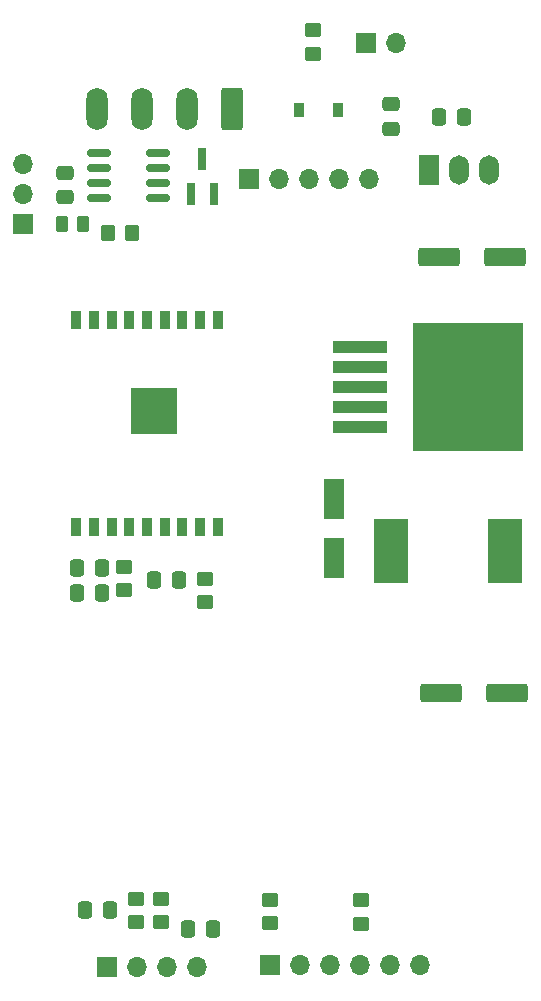
<source format=gbr>
%TF.GenerationSoftware,KiCad,Pcbnew,6.0.2+dfsg-1*%
%TF.CreationDate,2022-09-01T21:00:36+02:00*%
%TF.ProjectId,vscp-din-esp32-can-z102,76736370-2d64-4696-9e2d-65737033322d,rev?*%
%TF.SameCoordinates,Original*%
%TF.FileFunction,Soldermask,Top*%
%TF.FilePolarity,Negative*%
%FSLAX46Y46*%
G04 Gerber Fmt 4.6, Leading zero omitted, Abs format (unit mm)*
G04 Created by KiCad (PCBNEW 6.0.2+dfsg-1) date 2022-09-01 21:00:36*
%MOMM*%
%LPD*%
G01*
G04 APERTURE LIST*
G04 Aperture macros list*
%AMRoundRect*
0 Rectangle with rounded corners*
0 $1 Rounding radius*
0 $2 $3 $4 $5 $6 $7 $8 $9 X,Y pos of 4 corners*
0 Add a 4 corners polygon primitive as box body*
4,1,4,$2,$3,$4,$5,$6,$7,$8,$9,$2,$3,0*
0 Add four circle primitives for the rounded corners*
1,1,$1+$1,$2,$3*
1,1,$1+$1,$4,$5*
1,1,$1+$1,$6,$7*
1,1,$1+$1,$8,$9*
0 Add four rect primitives between the rounded corners*
20,1,$1+$1,$2,$3,$4,$5,0*
20,1,$1+$1,$4,$5,$6,$7,0*
20,1,$1+$1,$6,$7,$8,$9,0*
20,1,$1+$1,$8,$9,$2,$3,0*%
G04 Aperture macros list end*
%ADD10R,1.700000X1.700000*%
%ADD11O,1.700000X1.700000*%
%ADD12R,0.900000X1.500000*%
%ADD13R,4.000000X4.000000*%
%ADD14RoundRect,0.250000X0.475000X-0.337500X0.475000X0.337500X-0.475000X0.337500X-0.475000X-0.337500X0*%
%ADD15RoundRect,0.250000X0.337500X0.475000X-0.337500X0.475000X-0.337500X-0.475000X0.337500X-0.475000X0*%
%ADD16RoundRect,0.250000X0.450000X-0.350000X0.450000X0.350000X-0.450000X0.350000X-0.450000X-0.350000X0*%
%ADD17RoundRect,0.250000X-0.450000X0.350000X-0.450000X-0.350000X0.450000X-0.350000X0.450000X0.350000X0*%
%ADD18RoundRect,0.250000X-0.350000X-0.450000X0.350000X-0.450000X0.350000X0.450000X-0.350000X0.450000X0*%
%ADD19R,0.800000X1.900000*%
%ADD20RoundRect,0.250000X-0.337500X-0.475000X0.337500X-0.475000X0.337500X0.475000X-0.337500X0.475000X0*%
%ADD21R,1.800000X3.500000*%
%ADD22RoundRect,0.250000X-1.500000X-0.550000X1.500000X-0.550000X1.500000X0.550000X-1.500000X0.550000X0*%
%ADD23R,4.600000X1.100000*%
%ADD24R,9.400000X10.800000*%
%ADD25R,2.900000X5.400000*%
%ADD26R,0.900000X1.200000*%
%ADD27R,1.700000X2.500000*%
%ADD28O,1.700000X2.500000*%
%ADD29RoundRect,0.150000X-0.825000X-0.150000X0.825000X-0.150000X0.825000X0.150000X-0.825000X0.150000X0*%
%ADD30RoundRect,0.250000X0.262500X0.450000X-0.262500X0.450000X-0.262500X-0.450000X0.262500X-0.450000X0*%
%ADD31RoundRect,0.250000X0.650000X1.550000X-0.650000X1.550000X-0.650000X-1.550000X0.650000X-1.550000X0*%
%ADD32O,1.800000X3.600000*%
G04 APERTURE END LIST*
D10*
%TO.C,J1*%
X142375000Y-81250000D03*
D11*
X144915000Y-81250000D03*
X147455000Y-81250000D03*
X149995000Y-81250000D03*
X152535000Y-81250000D03*
%TD*%
D12*
%TO.C,U1*%
X127750000Y-110750000D03*
X129250000Y-110750000D03*
X130750000Y-110750000D03*
X132250000Y-110750000D03*
X133750000Y-110750000D03*
X135250000Y-110750000D03*
X136750000Y-110750000D03*
X138250000Y-110750000D03*
X139750000Y-110750000D03*
X139750000Y-93250000D03*
X138250000Y-93250000D03*
X136750000Y-93250000D03*
X135250000Y-93250000D03*
X133750000Y-93250000D03*
X132250000Y-93250000D03*
X130750000Y-93250000D03*
X129250000Y-93250000D03*
X127750000Y-93250000D03*
D13*
X134360000Y-100900000D03*
%TD*%
D14*
%TO.C,C6*%
X154400000Y-77037500D03*
X154400000Y-74962500D03*
%TD*%
D15*
%TO.C,C7*%
X160587500Y-76050000D03*
X158512500Y-76050000D03*
%TD*%
D16*
%TO.C,R9*%
X151900000Y-144312500D03*
X151900000Y-142312500D03*
%TD*%
D17*
%TO.C,R8*%
X147800000Y-68700000D03*
X147800000Y-70700000D03*
%TD*%
D16*
%TO.C,R6*%
X138700000Y-117100000D03*
X138700000Y-115100000D03*
%TD*%
D18*
%TO.C,R5*%
X130450000Y-85850000D03*
X132450000Y-85850000D03*
%TD*%
D16*
%TO.C,R4*%
X144200000Y-144300000D03*
X144200000Y-142300000D03*
%TD*%
%TO.C,R3*%
X131850000Y-116100000D03*
X131850000Y-114100000D03*
%TD*%
D17*
%TO.C,R2*%
X134950000Y-144200000D03*
X134950000Y-142200000D03*
%TD*%
%TO.C,R1*%
X132850000Y-142200000D03*
X132850000Y-144200000D03*
%TD*%
D19*
%TO.C,D3*%
X137500000Y-82550000D03*
X139400000Y-82550000D03*
X138450000Y-79550000D03*
%TD*%
D14*
%TO.C,C9*%
X126850000Y-82837500D03*
X126850000Y-80762500D03*
%TD*%
D20*
%TO.C,C5*%
X137262500Y-144750000D03*
X139337500Y-144750000D03*
%TD*%
D15*
%TO.C,C4*%
X130587500Y-143150000D03*
X128512500Y-143150000D03*
%TD*%
D20*
%TO.C,C3*%
X134362500Y-115200000D03*
X136437500Y-115200000D03*
%TD*%
%TO.C,C1*%
X127862500Y-114250000D03*
X129937500Y-114250000D03*
%TD*%
%TO.C,C2*%
X127862500Y-116350000D03*
X129937500Y-116350000D03*
%TD*%
D21*
%TO.C,D2*%
X149550000Y-113400000D03*
X149550000Y-108400000D03*
%TD*%
D10*
%TO.C,J6*%
X123250000Y-85100000D03*
D11*
X123250000Y-82560000D03*
X123250000Y-80020000D03*
%TD*%
D10*
%TO.C,J5*%
X130350000Y-148000000D03*
D11*
X132890000Y-148000000D03*
X135430000Y-148000000D03*
X137970000Y-148000000D03*
%TD*%
D22*
%TO.C,C10*%
X158650000Y-124750000D03*
X164250000Y-124750000D03*
%TD*%
%TO.C,C8*%
X158500000Y-87850000D03*
X164100000Y-87850000D03*
%TD*%
D23*
%TO.C,U2*%
X151825000Y-95500000D03*
X151825000Y-97200000D03*
D24*
X160975000Y-98900000D03*
D23*
X151825000Y-98900000D03*
X151825000Y-100600000D03*
X151825000Y-102300000D03*
%TD*%
D25*
%TO.C,L1*%
X154400000Y-112800000D03*
X164100000Y-112800000D03*
%TD*%
D26*
%TO.C,D1*%
X149950000Y-75400000D03*
X146650000Y-75400000D03*
%TD*%
D27*
%TO.C,U4*%
X157602500Y-80492500D03*
D28*
X160142500Y-80492500D03*
X162682500Y-80492500D03*
%TD*%
D29*
%TO.C,U3*%
X129725000Y-79095000D03*
X129725000Y-80365000D03*
X129725000Y-81635000D03*
X129725000Y-82905000D03*
X134675000Y-82905000D03*
X134675000Y-81635000D03*
X134675000Y-80365000D03*
X134675000Y-79095000D03*
%TD*%
D30*
%TO.C,R11*%
X128362500Y-85050000D03*
X126537500Y-85050000D03*
%TD*%
D31*
%TO.C,J4*%
X140960000Y-75332500D03*
D32*
X137150000Y-75332500D03*
X133340000Y-75332500D03*
X129530000Y-75332500D03*
%TD*%
D10*
%TO.C,J3*%
X144200000Y-147850000D03*
D11*
X146740000Y-147850000D03*
X149280000Y-147850000D03*
X151820000Y-147850000D03*
X154360000Y-147850000D03*
X156900000Y-147850000D03*
%TD*%
D10*
%TO.C,J2*%
X152310000Y-69800000D03*
D11*
X154850000Y-69800000D03*
%TD*%
M02*

</source>
